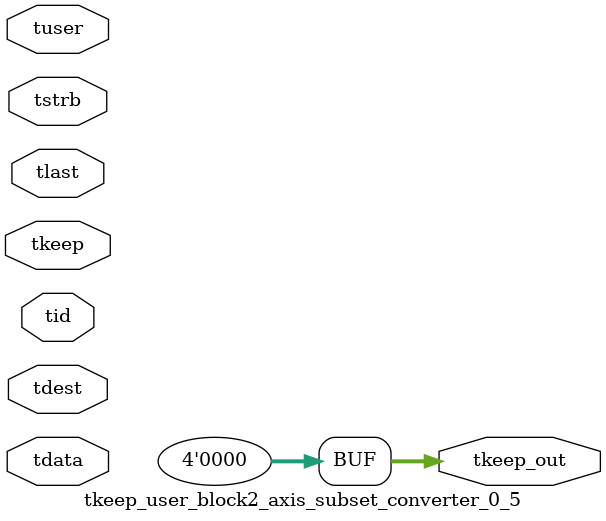
<source format=v>


`timescale 1ps/1ps

module tkeep_user_block2_axis_subset_converter_0_5 #
(
parameter C_S_AXIS_TDATA_WIDTH = 32,
parameter C_S_AXIS_TUSER_WIDTH = 0,
parameter C_S_AXIS_TID_WIDTH   = 0,
parameter C_S_AXIS_TDEST_WIDTH = 0,
parameter C_M_AXIS_TDATA_WIDTH = 32
)
(
input  [(C_S_AXIS_TDATA_WIDTH == 0 ? 1 : C_S_AXIS_TDATA_WIDTH)-1:0     ] tdata,
input  [(C_S_AXIS_TUSER_WIDTH == 0 ? 1 : C_S_AXIS_TUSER_WIDTH)-1:0     ] tuser,
input  [(C_S_AXIS_TID_WIDTH   == 0 ? 1 : C_S_AXIS_TID_WIDTH)-1:0       ] tid,
input  [(C_S_AXIS_TDEST_WIDTH == 0 ? 1 : C_S_AXIS_TDEST_WIDTH)-1:0     ] tdest,
input  [(C_S_AXIS_TDATA_WIDTH/8)-1:0 ] tkeep,
input  [(C_S_AXIS_TDATA_WIDTH/8)-1:0 ] tstrb,
input                                                                    tlast,
output [(C_M_AXIS_TDATA_WIDTH/8)-1:0 ] tkeep_out
);

assign tkeep_out = {1'b0};

endmodule


</source>
